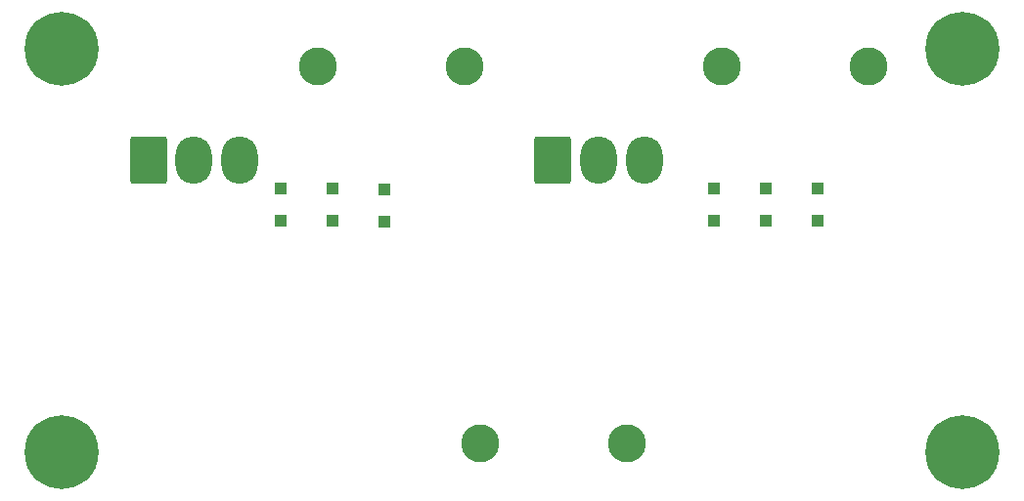
<source format=gbr>
%TF.GenerationSoftware,KiCad,Pcbnew,9.0.0*%
%TF.CreationDate,2025-04-07T00:55:53-07:00*%
%TF.ProjectId,Motor_reroute,4d6f746f-725f-4726-9572-6f7574652e6b,rev?*%
%TF.SameCoordinates,Original*%
%TF.FileFunction,Soldermask,Bot*%
%TF.FilePolarity,Negative*%
%FSLAX46Y46*%
G04 Gerber Fmt 4.6, Leading zero omitted, Abs format (unit mm)*
G04 Created by KiCad (PCBNEW 9.0.0) date 2025-04-07 00:55:53*
%MOMM*%
%LPD*%
G01*
G04 APERTURE LIST*
G04 Aperture macros list*
%AMRoundRect*
0 Rectangle with rounded corners*
0 $1 Rounding radius*
0 $2 $3 $4 $5 $6 $7 $8 $9 X,Y pos of 4 corners*
0 Add a 4 corners polygon primitive as box body*
4,1,4,$2,$3,$4,$5,$6,$7,$8,$9,$2,$3,0*
0 Add four circle primitives for the rounded corners*
1,1,$1+$1,$2,$3*
1,1,$1+$1,$4,$5*
1,1,$1+$1,$6,$7*
1,1,$1+$1,$8,$9*
0 Add four rect primitives between the rounded corners*
20,1,$1+$1,$2,$3,$4,$5,0*
20,1,$1+$1,$4,$5,$6,$7,0*
20,1,$1+$1,$6,$7,$8,$9,0*
20,1,$1+$1,$8,$9,$2,$3,0*%
G04 Aperture macros list end*
%ADD10C,3.600000*%
%ADD11C,6.400000*%
%ADD12C,3.300000*%
%ADD13RoundRect,0.250000X-1.330000X-1.800000X1.330000X-1.800000X1.330000X1.800000X-1.330000X1.800000X0*%
%ADD14O,3.160000X4.100000*%
%ADD15RoundRect,0.250000X0.300000X-0.300000X0.300000X0.300000X-0.300000X0.300000X-0.300000X-0.300000X0*%
G04 APERTURE END LIST*
D10*
%TO.C,H2*%
X115000000Y-74000000D03*
D11*
X115000000Y-74000000D03*
%TD*%
D12*
%TO.C,J15*%
X73240000Y-73250000D03*
X85940000Y-73250000D03*
%TD*%
%TO.C,J2*%
X71880000Y-40520000D03*
X59180000Y-40520000D03*
%TD*%
D13*
%TO.C,J3*%
X44530000Y-48675000D03*
D14*
X48490000Y-48675000D03*
X52450000Y-48675000D03*
%TD*%
D10*
%TO.C,H1*%
X115000000Y-39000000D03*
D11*
X115000000Y-39000000D03*
%TD*%
D12*
%TO.C,J14*%
X106840000Y-40520000D03*
X94140000Y-40520000D03*
%TD*%
D10*
%TO.C,H3*%
X37000000Y-74000000D03*
D11*
X37000000Y-74000000D03*
%TD*%
D13*
%TO.C,J11*%
X79530000Y-48675000D03*
D14*
X83490000Y-48675000D03*
X87450000Y-48675000D03*
%TD*%
D10*
%TO.C,H4*%
X37000000Y-39000000D03*
D11*
X37000000Y-39000000D03*
%TD*%
D15*
%TO.C,D1*%
X55990000Y-53920000D03*
X55990000Y-51120000D03*
%TD*%
%TO.C,D2*%
X60490000Y-53920000D03*
X60490000Y-51120000D03*
%TD*%
%TO.C,D3*%
X64990000Y-54020000D03*
X64990000Y-51220000D03*
%TD*%
%TO.C,D5*%
X97990000Y-53920000D03*
X97990000Y-51120000D03*
%TD*%
%TO.C,D4*%
X93490000Y-53920000D03*
X93490000Y-51120000D03*
%TD*%
%TO.C,D6*%
X102490000Y-53920000D03*
X102490000Y-51120000D03*
%TD*%
M02*

</source>
